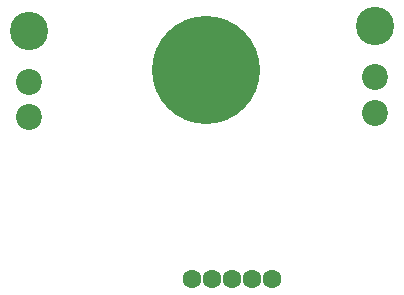
<source format=gbs>
G04*
G04 #@! TF.GenerationSoftware,Altium Limited,Altium Designer,18.1.6 (161)*
G04*
G04 Layer_Color=16711935*
%FSLAX44Y44*%
%MOMM*%
G71*
G01*
G75*
%ADD13C,9.1500*%
%ADD14C,1.6000*%
%ADD15C,2.2000*%
%ADD16C,3.2480*%
D13*
X402590Y1238250D02*
D03*
D14*
X390670Y1061720D02*
D03*
X441670D02*
D03*
X458670D02*
D03*
X424670D02*
D03*
X407670D02*
D03*
D15*
X252730Y1198408D02*
D03*
Y1228380D02*
D03*
X546100Y1202218D02*
D03*
Y1232190D02*
D03*
D16*
X252730Y1271560D02*
D03*
X546100Y1275370D02*
D03*
M02*

</source>
